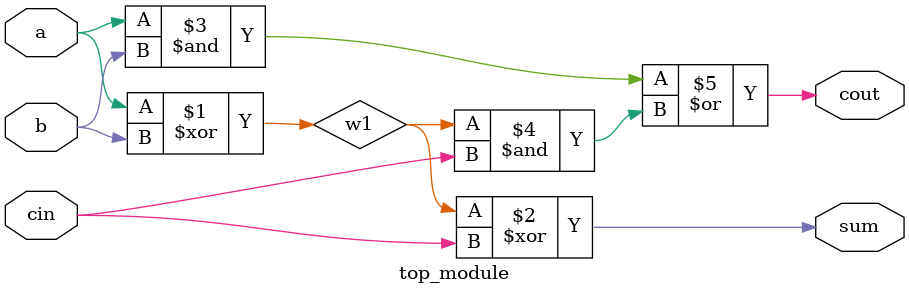
<source format=sv>
module top_module (
  input a,
  input b,
  input cin,
  output cout,
  output sum
);

  // Declare internal signals
  wire w1, w2, w3;

  // Connect inputs and outputs to internal signals
  assign w1 = a ^ b;
  assign sum = w1 ^ cin;
  assign cout = (a & b) | (w1 & cin);

endmodule

</source>
